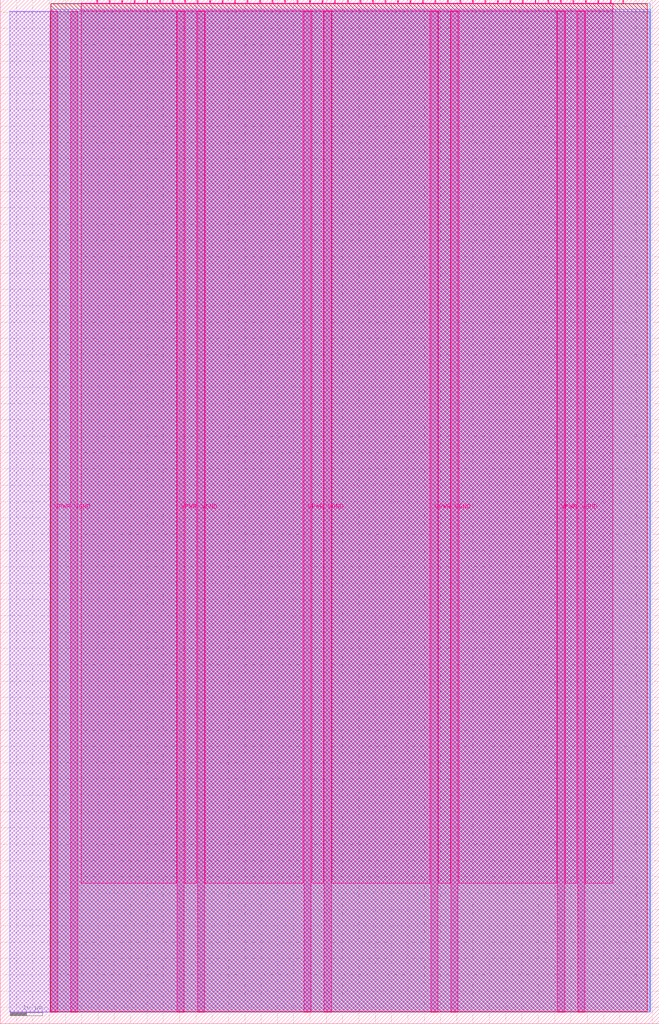
<source format=lef>
VERSION 5.7 ;
  NOWIREEXTENSIONATPIN ON ;
  DIVIDERCHAR "/" ;
  BUSBITCHARS "[]" ;
MACRO tt_um_tt08_wirecube
  CLASS BLOCK ;
  FOREIGN tt_um_tt08_wirecube ;
  ORIGIN 0.000 0.000 ;
  SIZE 202.080 BY 313.740 ;
  PIN VGND
    DIRECTION INOUT ;
    USE GROUND ;
    PORT
      LAYER Metal5 ;
        RECT 21.580 3.560 23.780 310.180 ;
    END
    PORT
      LAYER Metal5 ;
        RECT 60.450 3.560 62.650 310.180 ;
    END
    PORT
      LAYER Metal5 ;
        RECT 99.320 3.560 101.520 310.180 ;
    END
    PORT
      LAYER Metal5 ;
        RECT 138.190 3.560 140.390 310.180 ;
    END
    PORT
      LAYER Metal5 ;
        RECT 177.060 3.560 179.260 310.180 ;
    END
  END VGND
  PIN VPWR
    DIRECTION INOUT ;
    USE POWER ;
    PORT
      LAYER Metal5 ;
        RECT 15.380 3.560 17.580 310.180 ;
    END
    PORT
      LAYER Metal5 ;
        RECT 54.250 3.560 56.450 310.180 ;
    END
    PORT
      LAYER Metal5 ;
        RECT 93.120 3.560 95.320 310.180 ;
    END
    PORT
      LAYER Metal5 ;
        RECT 131.990 3.560 134.190 310.180 ;
    END
    PORT
      LAYER Metal5 ;
        RECT 170.860 3.560 173.060 310.180 ;
    END
  END VPWR
  PIN clk
    DIRECTION INPUT ;
    USE SIGNAL ;
    ANTENNAGATEAREA 0.426400 ;
    PORT
      LAYER Metal5 ;
        RECT 187.050 312.740 187.350 313.740 ;
    END
  END clk
  PIN ena
    DIRECTION INPUT ;
    USE SIGNAL ;
    PORT
      LAYER Metal5 ;
        RECT 190.890 312.740 191.190 313.740 ;
    END
  END ena
  PIN rst_n
    DIRECTION INPUT ;
    USE SIGNAL ;
    ANTENNAGATEAREA 0.180700 ;
    PORT
      LAYER Metal5 ;
        RECT 183.210 312.740 183.510 313.740 ;
    END
  END rst_n
  PIN ui_in[0]
    DIRECTION INPUT ;
    USE SIGNAL ;
    ANTENNAGATEAREA 0.213200 ;
    PORT
      LAYER Metal5 ;
        RECT 179.370 312.740 179.670 313.740 ;
    END
  END ui_in[0]
  PIN ui_in[1]
    DIRECTION INPUT ;
    USE SIGNAL ;
    ANTENNAGATEAREA 0.213200 ;
    PORT
      LAYER Metal5 ;
        RECT 175.530 312.740 175.830 313.740 ;
    END
  END ui_in[1]
  PIN ui_in[2]
    DIRECTION INPUT ;
    USE SIGNAL ;
    ANTENNAGATEAREA 0.180700 ;
    PORT
      LAYER Metal5 ;
        RECT 171.690 312.740 171.990 313.740 ;
    END
  END ui_in[2]
  PIN ui_in[3]
    DIRECTION INPUT ;
    USE SIGNAL ;
    ANTENNAGATEAREA 0.180700 ;
    PORT
      LAYER Metal5 ;
        RECT 167.850 312.740 168.150 313.740 ;
    END
  END ui_in[3]
  PIN ui_in[4]
    DIRECTION INPUT ;
    USE SIGNAL ;
    ANTENNAGATEAREA 0.180700 ;
    PORT
      LAYER Metal5 ;
        RECT 164.010 312.740 164.310 313.740 ;
    END
  END ui_in[4]
  PIN ui_in[5]
    DIRECTION INPUT ;
    USE SIGNAL ;
    ANTENNAGATEAREA 0.180700 ;
    PORT
      LAYER Metal5 ;
        RECT 160.170 312.740 160.470 313.740 ;
    END
  END ui_in[5]
  PIN ui_in[6]
    DIRECTION INPUT ;
    USE SIGNAL ;
    ANTENNAGATEAREA 0.213200 ;
    PORT
      LAYER Metal5 ;
        RECT 156.330 312.740 156.630 313.740 ;
    END
  END ui_in[6]
  PIN ui_in[7]
    DIRECTION INPUT ;
    USE SIGNAL ;
    ANTENNAGATEAREA 0.213200 ;
    PORT
      LAYER Metal5 ;
        RECT 152.490 312.740 152.790 313.740 ;
    END
  END ui_in[7]
  PIN uio_in[0]
    DIRECTION INPUT ;
    USE SIGNAL ;
    PORT
      LAYER Metal5 ;
        RECT 148.650 312.740 148.950 313.740 ;
    END
  END uio_in[0]
  PIN uio_in[1]
    DIRECTION INPUT ;
    USE SIGNAL ;
    PORT
      LAYER Metal5 ;
        RECT 144.810 312.740 145.110 313.740 ;
    END
  END uio_in[1]
  PIN uio_in[2]
    DIRECTION INPUT ;
    USE SIGNAL ;
    PORT
      LAYER Metal5 ;
        RECT 140.970 312.740 141.270 313.740 ;
    END
  END uio_in[2]
  PIN uio_in[3]
    DIRECTION INPUT ;
    USE SIGNAL ;
    PORT
      LAYER Metal5 ;
        RECT 137.130 312.740 137.430 313.740 ;
    END
  END uio_in[3]
  PIN uio_in[4]
    DIRECTION INPUT ;
    USE SIGNAL ;
    PORT
      LAYER Metal5 ;
        RECT 133.290 312.740 133.590 313.740 ;
    END
  END uio_in[4]
  PIN uio_in[5]
    DIRECTION INPUT ;
    USE SIGNAL ;
    PORT
      LAYER Metal5 ;
        RECT 129.450 312.740 129.750 313.740 ;
    END
  END uio_in[5]
  PIN uio_in[6]
    DIRECTION INPUT ;
    USE SIGNAL ;
    PORT
      LAYER Metal5 ;
        RECT 125.610 312.740 125.910 313.740 ;
    END
  END uio_in[6]
  PIN uio_in[7]
    DIRECTION INPUT ;
    USE SIGNAL ;
    PORT
      LAYER Metal5 ;
        RECT 121.770 312.740 122.070 313.740 ;
    END
  END uio_in[7]
  PIN uio_oe[0]
    DIRECTION OUTPUT ;
    USE SIGNAL ;
    ANTENNADIFFAREA 0.299200 ;
    PORT
      LAYER Metal5 ;
        RECT 56.490 312.740 56.790 313.740 ;
    END
  END uio_oe[0]
  PIN uio_oe[1]
    DIRECTION OUTPUT ;
    USE SIGNAL ;
    ANTENNADIFFAREA 0.299200 ;
    PORT
      LAYER Metal5 ;
        RECT 52.650 312.740 52.950 313.740 ;
    END
  END uio_oe[1]
  PIN uio_oe[2]
    DIRECTION OUTPUT ;
    USE SIGNAL ;
    ANTENNADIFFAREA 0.392700 ;
    PORT
      LAYER Metal5 ;
        RECT 48.810 312.740 49.110 313.740 ;
    END
  END uio_oe[2]
  PIN uio_oe[3]
    DIRECTION OUTPUT ;
    USE SIGNAL ;
    ANTENNADIFFAREA 0.299200 ;
    PORT
      LAYER Metal5 ;
        RECT 44.970 312.740 45.270 313.740 ;
    END
  END uio_oe[3]
  PIN uio_oe[4]
    DIRECTION OUTPUT ;
    USE SIGNAL ;
    ANTENNADIFFAREA 0.299200 ;
    PORT
      LAYER Metal5 ;
        RECT 41.130 312.740 41.430 313.740 ;
    END
  END uio_oe[4]
  PIN uio_oe[5]
    DIRECTION OUTPUT ;
    USE SIGNAL ;
    ANTENNADIFFAREA 0.299200 ;
    PORT
      LAYER Metal5 ;
        RECT 37.290 312.740 37.590 313.740 ;
    END
  END uio_oe[5]
  PIN uio_oe[6]
    DIRECTION OUTPUT ;
    USE SIGNAL ;
    ANTENNADIFFAREA 0.299200 ;
    PORT
      LAYER Metal5 ;
        RECT 33.450 312.740 33.750 313.740 ;
    END
  END uio_oe[6]
  PIN uio_oe[7]
    DIRECTION OUTPUT ;
    USE SIGNAL ;
    ANTENNADIFFAREA 0.299200 ;
    PORT
      LAYER Metal5 ;
        RECT 29.610 312.740 29.910 313.740 ;
    END
  END uio_oe[7]
  PIN uio_out[0]
    DIRECTION OUTPUT ;
    USE SIGNAL ;
    ANTENNADIFFAREA 0.299200 ;
    PORT
      LAYER Metal5 ;
        RECT 87.210 312.740 87.510 313.740 ;
    END
  END uio_out[0]
  PIN uio_out[1]
    DIRECTION OUTPUT ;
    USE SIGNAL ;
    ANTENNADIFFAREA 0.299200 ;
    PORT
      LAYER Metal5 ;
        RECT 83.370 312.740 83.670 313.740 ;
    END
  END uio_out[1]
  PIN uio_out[2]
    DIRECTION OUTPUT ;
    USE SIGNAL ;
    ANTENNADIFFAREA 0.299200 ;
    PORT
      LAYER Metal5 ;
        RECT 79.530 312.740 79.830 313.740 ;
    END
  END uio_out[2]
  PIN uio_out[3]
    DIRECTION OUTPUT ;
    USE SIGNAL ;
    ANTENNADIFFAREA 0.299200 ;
    PORT
      LAYER Metal5 ;
        RECT 75.690 312.740 75.990 313.740 ;
    END
  END uio_out[3]
  PIN uio_out[4]
    DIRECTION OUTPUT ;
    USE SIGNAL ;
    ANTENNADIFFAREA 0.299200 ;
    PORT
      LAYER Metal5 ;
        RECT 71.850 312.740 72.150 313.740 ;
    END
  END uio_out[4]
  PIN uio_out[5]
    DIRECTION OUTPUT ;
    USE SIGNAL ;
    ANTENNADIFFAREA 0.299200 ;
    PORT
      LAYER Metal5 ;
        RECT 68.010 312.740 68.310 313.740 ;
    END
  END uio_out[5]
  PIN uio_out[6]
    DIRECTION OUTPUT ;
    USE SIGNAL ;
    ANTENNADIFFAREA 0.299200 ;
    PORT
      LAYER Metal5 ;
        RECT 64.170 312.740 64.470 313.740 ;
    END
  END uio_out[6]
  PIN uio_out[7]
    DIRECTION OUTPUT ;
    USE SIGNAL ;
    ANTENNADIFFAREA 0.299200 ;
    PORT
      LAYER Metal5 ;
        RECT 60.330 312.740 60.630 313.740 ;
    END
  END uio_out[7]
  PIN uo_out[0]
    DIRECTION OUTPUT ;
    USE SIGNAL ;
    ANTENNADIFFAREA 0.632400 ;
    PORT
      LAYER Metal5 ;
        RECT 117.930 312.740 118.230 313.740 ;
    END
  END uo_out[0]
  PIN uo_out[1]
    DIRECTION OUTPUT ;
    USE SIGNAL ;
    ANTENNADIFFAREA 0.632400 ;
    PORT
      LAYER Metal5 ;
        RECT 114.090 312.740 114.390 313.740 ;
    END
  END uo_out[1]
  PIN uo_out[2]
    DIRECTION OUTPUT ;
    USE SIGNAL ;
    ANTENNADIFFAREA 0.632400 ;
    PORT
      LAYER Metal5 ;
        RECT 110.250 312.740 110.550 313.740 ;
    END
  END uo_out[2]
  PIN uo_out[3]
    DIRECTION OUTPUT ;
    USE SIGNAL ;
    ANTENNADIFFAREA 0.654800 ;
    PORT
      LAYER Metal5 ;
        RECT 106.410 312.740 106.710 313.740 ;
    END
  END uo_out[3]
  PIN uo_out[4]
    DIRECTION OUTPUT ;
    USE SIGNAL ;
    ANTENNADIFFAREA 0.632400 ;
    PORT
      LAYER Metal5 ;
        RECT 102.570 312.740 102.870 313.740 ;
    END
  END uo_out[4]
  PIN uo_out[5]
    DIRECTION OUTPUT ;
    USE SIGNAL ;
    ANTENNADIFFAREA 0.632400 ;
    PORT
      LAYER Metal5 ;
        RECT 98.730 312.740 99.030 313.740 ;
    END
  END uo_out[5]
  PIN uo_out[6]
    DIRECTION OUTPUT ;
    USE SIGNAL ;
    ANTENNADIFFAREA 0.632400 ;
    PORT
      LAYER Metal5 ;
        RECT 94.890 312.740 95.190 313.740 ;
    END
  END uo_out[6]
  PIN uo_out[7]
    DIRECTION OUTPUT ;
    USE SIGNAL ;
    ANTENNADIFFAREA 0.654800 ;
    PORT
      LAYER Metal5 ;
        RECT 91.050 312.740 91.350 313.740 ;
    END
  END uo_out[7]
  OBS
      LAYER GatPoly ;
        RECT 2.880 3.630 199.200 310.110 ;
      LAYER Metal1 ;
        RECT 2.880 3.560 199.200 310.180 ;
      LAYER Metal2 ;
        RECT 15.515 3.680 199.475 310.900 ;
      LAYER Metal3 ;
        RECT 15.560 3.635 199.300 312.625 ;
      LAYER Metal4 ;
        RECT 15.515 3.680 198.385 312.580 ;
      LAYER Metal5 ;
        RECT 24.860 312.530 29.400 312.740 ;
        RECT 30.120 312.530 33.240 312.740 ;
        RECT 33.960 312.530 37.080 312.740 ;
        RECT 37.800 312.530 40.920 312.740 ;
        RECT 41.640 312.530 44.760 312.740 ;
        RECT 45.480 312.530 48.600 312.740 ;
        RECT 49.320 312.530 52.440 312.740 ;
        RECT 53.160 312.530 56.280 312.740 ;
        RECT 57.000 312.530 60.120 312.740 ;
        RECT 60.840 312.530 63.960 312.740 ;
        RECT 64.680 312.530 67.800 312.740 ;
        RECT 68.520 312.530 71.640 312.740 ;
        RECT 72.360 312.530 75.480 312.740 ;
        RECT 76.200 312.530 79.320 312.740 ;
        RECT 80.040 312.530 83.160 312.740 ;
        RECT 83.880 312.530 87.000 312.740 ;
        RECT 87.720 312.530 90.840 312.740 ;
        RECT 91.560 312.530 94.680 312.740 ;
        RECT 95.400 312.530 98.520 312.740 ;
        RECT 99.240 312.530 102.360 312.740 ;
        RECT 103.080 312.530 106.200 312.740 ;
        RECT 106.920 312.530 110.040 312.740 ;
        RECT 110.760 312.530 113.880 312.740 ;
        RECT 114.600 312.530 117.720 312.740 ;
        RECT 118.440 312.530 121.560 312.740 ;
        RECT 122.280 312.530 125.400 312.740 ;
        RECT 126.120 312.530 129.240 312.740 ;
        RECT 129.960 312.530 133.080 312.740 ;
        RECT 133.800 312.530 136.920 312.740 ;
        RECT 137.640 312.530 140.760 312.740 ;
        RECT 141.480 312.530 144.600 312.740 ;
        RECT 145.320 312.530 148.440 312.740 ;
        RECT 149.160 312.530 152.280 312.740 ;
        RECT 153.000 312.530 156.120 312.740 ;
        RECT 156.840 312.530 159.960 312.740 ;
        RECT 160.680 312.530 163.800 312.740 ;
        RECT 164.520 312.530 167.640 312.740 ;
        RECT 168.360 312.530 171.480 312.740 ;
        RECT 172.200 312.530 175.320 312.740 ;
        RECT 176.040 312.530 179.160 312.740 ;
        RECT 179.880 312.530 183.000 312.740 ;
        RECT 183.720 312.530 186.840 312.740 ;
        RECT 187.560 312.530 187.780 312.740 ;
        RECT 24.860 310.390 187.780 312.530 ;
        RECT 24.860 43.115 54.040 310.390 ;
        RECT 56.660 43.115 60.240 310.390 ;
        RECT 62.860 43.115 92.910 310.390 ;
        RECT 95.530 43.115 99.110 310.390 ;
        RECT 101.730 43.115 131.780 310.390 ;
        RECT 134.400 43.115 137.980 310.390 ;
        RECT 140.600 43.115 170.650 310.390 ;
        RECT 173.270 43.115 176.850 310.390 ;
        RECT 179.470 43.115 187.780 310.390 ;
  END
END tt_um_tt08_wirecube
END LIBRARY


</source>
